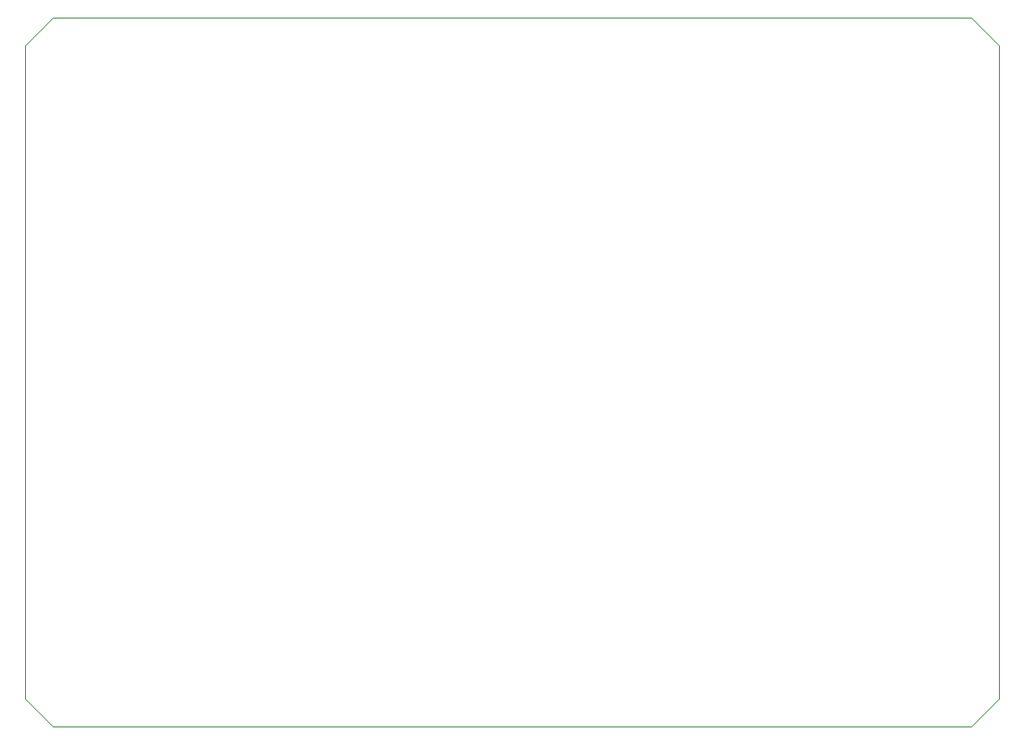
<source format=gbr>
%TF.GenerationSoftware,KiCad,Pcbnew,(7.0.0)*%
%TF.CreationDate,2023-02-28T15:15:22-06:00*%
%TF.ProjectId,Film_Dev_Robot,46696c6d-5f44-4657-965f-526f626f742e,rev?*%
%TF.SameCoordinates,Original*%
%TF.FileFunction,Profile,NP*%
%FSLAX46Y46*%
G04 Gerber Fmt 4.6, Leading zero omitted, Abs format (unit mm)*
G04 Created by KiCad (PCBNEW (7.0.0)) date 2023-02-28 15:15:22*
%MOMM*%
%LPD*%
G01*
G04 APERTURE LIST*
%TA.AperFunction,Profile*%
%ADD10C,0.100000*%
%TD*%
G04 APERTURE END LIST*
D10*
X62865000Y-52070000D02*
X62865000Y-111760000D01*
X62865000Y-52070000D02*
X65405000Y-49530000D01*
X149225000Y-114300000D02*
X151765000Y-111760000D01*
X149225000Y-49530000D02*
X151765000Y-52070000D01*
X65405000Y-49530000D02*
X149225000Y-49530000D01*
X65405000Y-114300000D02*
X149225000Y-114300000D01*
X151765000Y-52070000D02*
X151765000Y-111760000D01*
X62865000Y-111760000D02*
X65405000Y-114300000D01*
M02*

</source>
